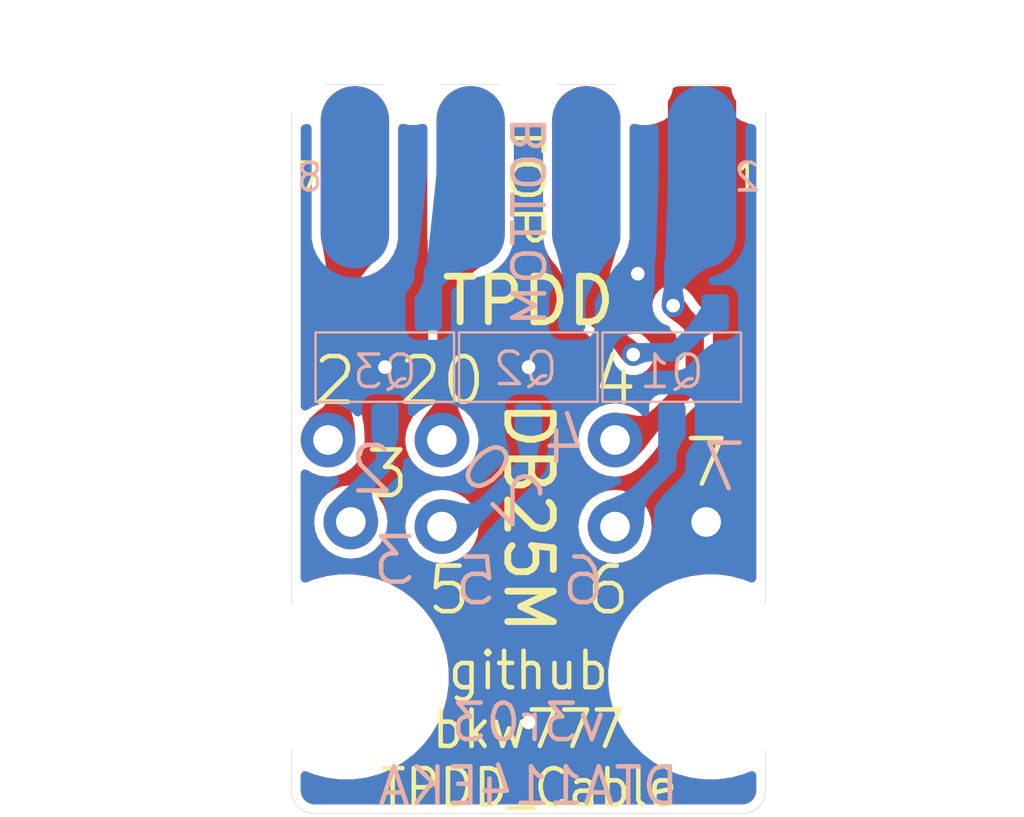
<source format=kicad_pcb>
(kicad_pcb (version 20240108) (generator "pcbnew") (generator_version "8.0")
  (title_block (title "TPDD Cable 3") (date "2024-08-17") (rev "3r03") (company "b.kenyon.w@gmail.com"))
  (layers (0 "F.Cu" signal "Top") (31 "B.Cu" signal "Bottom") (34 "B.Paste" user) (35 "F.Paste" user) (36 "B.SilkS" user "B.Silkscreen") (37 "F.SilkS" user "F.Silkscreen") (38 "B.Mask" user) (39 "F.Mask" user) (44 "Edge.Cuts" user))
  (net 0 "")
  (net 1 "/TPDD_Cable/RTS")
  (net 2 "/TPDD_Cable/CTS_TTL")
  (net 3 "/TPDD_Cable/TX")
  (net 4 "/TPDD_Cable/RX_TTL")
  (net 5 "/TPDD_Cable/DTR")
  (net 6 "/TPDD_Cable/EB+")
  (net 7 "/TPDD_Cable/DSR_TTL")
  (net 8 "/TPDD_Cable/RX")
  (net 9 "/TPDD_Cable/DSR")
  (net 10 "GND")
  (net 11 "/TPDD_Cable/CTS")
  (footprint "000_LOCAL:PTH_0.65x1.2" (layer "F.Cu") (at 140.593 87.4295)
    (property "Reference" "P2" (hide yes))
    (property "Value" "RX")
    (pad "1" thru_hole circle (at 0 0) (size 1.2 1.2) (drill 0.65) (layers "*.Cu" "*.Mask") (net 3 "/TPDD_Cable/TX"))
  )
  (footprint "000_LOCAL:PTH_0.65x1.2" (layer "F.Cu") (at 141.093 89.2295)
    (property "Reference" "P3" (hide yes))
    (property "Value" "TX")
    (pad "1" thru_hole circle (at 0 0) (size 1.2 1.2) (drill 0.65) (layers "*.Cu" "*.Mask") (net 8 "/TPDD_Cable/RX"))
  )
  (footprint "000_LOCAL:npth_m3" (layer "F.Cu") (at 148.993 92.6295)
    (property "Reference" "REF**" (hide yes))
    (property "Value" "npth_m3" (hide yes))
    (pad "" np_thru_hole circle (at 0 0) (size 4 4) (drill 4) (layers "F&B.Cu" "*.Mask"))
  )
  (footprint "000_LOCAL:PTH_0.65x1.2" (layer "F.Cu") (at 143.093 89.3295)
    (property "Reference" "P5" (hide yes))
    (property "Value" "RTS")
    (pad "1" thru_hole circle (at 0 0) (size 1.2 1.2) (drill 0.65) (layers "*.Cu" "*.Mask") (net 11 "/TPDD_Cable/CTS"))
  )
  (footprint "000_LOCAL:PTH_0.65x1.2" (layer "F.Cu") (at 148.893 89.2295)
    (property "Reference" "P7" (hide yes))
    (property "Value" "GND")
    (pad "1" thru_hole circle (at 0 0) (size 1.2 1.2) (drill 0.65) (layers "*.Cu" "*.Mask") (net 10 "GND"))
  )
  (footprint "000_LOCAL:PTH_0.65x1.2" (layer "F.Cu") (at 143.093 87.4295)
    (property "Reference" "P20" (hide yes))
    (property "Value" "DSR")
    (pad "1" thru_hole circle (at 0 0) (size 1.2 1.2) (drill 0.65) (layers "*.Cu" "*.Mask") (net 5 "/TPDD_Cable/DTR"))
  )
  (footprint "000_LOCAL:2x4x2.54mm_edge_mount" (layer "F.Cu") (at 144.993 79.6295)
    (property "Reference" "J2" (hide yes))
    (property "Value" "TPDD")
    (fp_text user "8" (at -4.8 2.032 0) (layer "B.SilkS") (effects (font (size 0.6096 0.6096) (thickness 0.0762)) (justify mirror)))
    (fp_text user "2" (at 4.8 2.032 0) (layer "B.SilkS") (effects (font (size 0.6096 0.6096) (thickness 0.0762)) (justify mirror)))
    (fp_text user "7" (at -4.8 2.032 0) (layer "F.SilkS") (effects (font (size 0.6096 0.6096) (thickness 0.0762))))
    (fp_text user "1" (at 4.8 2.032 0) (layer "F.SilkS") (effects (font (size 0.6096 0.6096) (thickness 0.0762))))
    (pad "" np_thru_hole circle (at -5.08 0) (size 1.27 1.27) (drill 1.27) (layers "F&B.Cu" "*.Mask"))
    (pad "" np_thru_hole circle (at -2.54 0) (size 1.27 1.27) (drill 1.27) (layers "F&B.Cu" "*.Mask"))
    (pad "" np_thru_hole circle (at 0 0) (size 1.27 1.27) (drill 1.27) (layers "F&B.Cu" "*.Mask"))
    (pad "" np_thru_hole circle (at 2.54 0) (size 1.27 1.27) (drill 1.27) (layers "F&B.Cu" "*.Mask"))
    (pad "" np_thru_hole circle (at 5.08 0) (size 1.27 1.27) (drill 1.27) (layers "F&B.Cu" "*.Mask"))
    (pad "1" smd roundrect (at 3.81 2.032) (size 1.5 4) (layers "F.Cu" "F.Mask") (roundrect_rratio 0.1666666667) (net 10 "GND"))
    (pad "2" smd oval (at 3.81 2.032) (size 1.5 4) (layers "B.Cu" "B.Mask") (net 1 "/TPDD_Cable/RTS"))
    (pad "3" smd oval (at 1.27 2.032) (size 1.5 4) (layers "F.Cu" "F.Mask") (net 7 "/TPDD_Cable/DSR_TTL"))
    (pad "4" smd oval (at 1.27 2.032) (size 1.5 4) (layers "B.Cu" "B.Mask") (net 2 "/TPDD_Cable/CTS_TTL"))
    (pad "5" smd oval (at -1.27 2.032) (size 1.5 4) (layers "F.Cu" "F.Mask") (net 5 "/TPDD_Cable/DTR"))
    (pad "6" smd oval (at -1.27 2.032) (size 1.5 4) (layers "B.Cu" "B.Mask") (net 4 "/TPDD_Cable/RX_TTL"))
    (pad "7" smd oval (at -3.81 2.032) (size 1.5 4) (layers "F.Cu" "F.Mask") (net 3 "/TPDD_Cable/TX"))
    (pad "8" smd oval (at -3.81 2.032) (size 1.5 4) (layers "B.Cu" "B.Mask") (net 6 "/TPDD_Cable/EB+"))
  )
  (footprint "000_LOCAL:npth_m3" (layer "F.Cu") (at 140.993 92.6295)
    (property "Reference" "REF**" (hide yes))
    (property "Value" "npth_m3" (hide yes))
    (pad "" np_thru_hole circle (at 0 0) (size 4 4) (drill 4) (layers "F&B.Cu" "*.Mask"))
  )
  (footprint "000_LOCAL:PTH_0.65x1.2" (layer "F.Cu") (at 146.893 87.4295)
    (property "Reference" "P6" (hide yes))
    (property "Value" "DTR")
    (pad "1" thru_hole circle (at 0 0) (size 1.2 1.2) (drill 0.65) (layers "*.Cu" "*.Mask") (net 1 "/TPDD_Cable/RTS"))
  )
  (footprint "000_LOCAL:PTH_0.65x1.2" (layer "F.Cu") (at 146.893 89.3295)
    (property "Reference" "P4" (hide yes))
    (property "Value" "CTS")
    (pad "1" thru_hole circle (at 0 0) (size 1.2 1.2) (drill 0.65) (layers "*.Cu" "*.Mask") (net 9 "/TPDD_Cable/DSR"))
  )
  (footprint "000_LOCAL:SC-59" (layer "B.Cu") (at 141.843 85.8295 -90)
    (property "Reference" "Q3" (at -0.3175 0.762 0) (layer "B.SilkS") (effects (font (size 0.7112 0.7112) (thickness 0.0762)) (justify right top mirror)))
    (property "Value" "DTA114EKA" (hide yes))
    (fp_line (start 0.762 1.524) (end -0.762 1.524) (stroke (width 0.0508)) (layer "B.SilkS"))
    (fp_line (start -0.762 -1.516) (end -0.762 1.524) (stroke (width 0.0508)) (layer "B.SilkS"))
    (fp_line (start 0.762 -1.516) (end 0.762 1.524) (stroke (width 0.0508)) (layer "B.SilkS"))
    (fp_line (start 0.762 -1.516) (end -0.762 -1.516) (stroke (width 0.0508)) (layer "B.SilkS"))
    (pad "1" smd roundrect (at -1.2 0.95 270) (size 0.8 0.6) (layers "B.Cu" "B.Paste" "B.Mask") (roundrect_rratio 0.15) (net 10 "GND"))
    (pad "2" smd roundrect (at -1.2 -0.95 270) (size 0.8 0.6) (layers "B.Cu" "B.Paste" "B.Mask") (roundrect_rratio 0.15) (net 4 "/TPDD_Cable/RX_TTL"))
    (pad "3" smd roundrect (at 1.2 0 270) (size 0.8 0.6) (layers "B.Cu" "B.Paste" "B.Mask") (roundrect_rratio 0.15) (net 8 "/TPDD_Cable/RX"))
  )
  (footprint "000_LOCAL:SC-59" (layer "B.Cu") (at 148.143 85.8295 -90)
    (property "Reference" "Q1" (at -0.3175 0.762 0) (layer "B.SilkS") (effects (font (size 0.7112 0.7112) (thickness 0.0762)) (justify right top mirror)))
    (property "Value" "DTA114EKA" (hide yes))
    (fp_line (start 0.762 1.524) (end -0.762 1.524) (stroke (width 0.0508)) (layer "B.SilkS"))
    (fp_line (start -0.762 -1.516) (end -0.762 1.524) (stroke (width 0.0508)) (layer "B.SilkS"))
    (fp_line (start 0.762 -1.516) (end 0.762 1.524) (stroke (width 0.0508)) (layer "B.SilkS"))
    (fp_line (start 0.762 -1.516) (end -0.762 -1.516) (stroke (width 0.0508)) (layer "B.SilkS"))
    (pad "1" smd roundrect (at -1.2 0.95 270) (size 0.8 0.6) (layers "B.Cu" "B.Paste" "B.Mask") (roundrect_rratio 0.15) (net 10 "GND"))
    (pad "2" smd roundrect (at -1.2 -0.95 270) (size 0.8 0.6) (layers "B.Cu" "B.Paste" "B.Mask") (roundrect_rratio 0.15) (net 7 "/TPDD_Cable/DSR_TTL"))
    (pad "3" smd roundrect (at 1.2 0 270) (size 0.8 0.6) (layers "B.Cu" "B.Paste" "B.Mask") (roundrect_rratio 0.15) (net 9 "/TPDD_Cable/DSR"))
  )
  (footprint "000_LOCAL:SC-59" (layer "B.Cu") (at 144.993 85.8295 -90)
    (property "Reference" "Q2" (at -0.381 0.8255 0) (layer "B.SilkS") (effects (font (size 0.7112 0.7112) (thickness 0.0762)) (justify right top mirror)))
    (property "Value" "DTA114EKA" (hide yes))
    (fp_line (start 0.762 1.524) (end -0.762 1.524) (stroke (width 0.0508)) (layer "B.SilkS"))
    (fp_line (start -0.762 -1.516) (end -0.762 1.524) (stroke (width 0.0508)) (layer "B.SilkS"))
    (fp_line (start 0.762 -1.516) (end 0.762 1.524) (stroke (width 0.0508)) (layer "B.SilkS"))
    (fp_line (start 0.762 -1.516) (end -0.762 -1.516) (stroke (width 0.0508)) (layer "B.SilkS"))
    (pad "1" smd roundrect (at -1.2 0.95 270) (size 0.8 0.6) (layers "B.Cu" "B.Paste" "B.Mask") (roundrect_rratio 0.15) (net 10 "GND"))
    (pad "2" smd roundrect (at -1.2 -0.95 270) (size 0.8 0.6) (layers "B.Cu" "B.Paste" "B.Mask") (roundrect_rratio 0.15) (net 2 "/TPDD_Cable/CTS_TTL"))
    (pad "3" smd roundrect (at 1.2 0 270) (size 0.8 0.6) (layers "B.Cu" "B.Paste" "B.Mask") (roundrect_rratio 0.15) (net 11 "/TPDD_Cable/CTS"))
  )
  (gr_line (start 140.293 95.6295) (end 149.693 95.6295) (stroke (width 0.0127)) (layer "Edge.Cuts"))
  (gr_line (start 150.193 95.1295) (end 150.193 79.6295) (stroke (width 0.0127)) (layer "Edge.Cuts"))
  (gr_line (start 139.793 95.1295) (end 139.793 79.6295) (stroke (width 0.0127)) (layer "Edge.Cuts"))
  (gr_arc (start 140.293 95.6295) (mid 139.939447 95.483053) (end 139.793 95.1295) (stroke (width 0.0127)) (layer "Edge.Cuts"))
  (gr_arc (start 150.193 95.1295) (mid 150.046553 95.483053) (end 149.693 95.6295) (stroke (width 0.0127)) (layer "Edge.Cuts"))
  (gr_line (start 139.793 79.6295) (end 150.193 79.6295) (stroke (width 0.0127)) (layer "Edge.Cuts"))
  (gr_text "${00000000-0000-0000-0000-00005d2d4345:VALUE}" (at 144.993 95.0295 0) (layer "B.SilkS") (effects (font (size 0.8 0.8) (thickness 0.1)) (justify mirror)))
  (gr_text "BOTTOM" (at 145.018 82.6295 90) (layer "B.SilkS") (effects (font (size 0.7 0.8) (thickness 0.1)) (justify mirror)))
  (gr_text "6" (at 146.193 90.5295 0) (layer "B.SilkS") (effects (font (size 1 1) (thickness 0.1)) (justify mirror)))
  (gr_text "20" (at 144.393 88.3795 -45) (layer "B.SilkS") (effects (font (size 1 1) (thickness 0.1)) (justify mirror)))
  (gr_text "v${REVISION}" (at 144.993 93.6295 0) (layer "B.SilkS") (effects (font (size 0.8 0.8) (thickness 0.1)) (justify mirror)))
  (gr_text "7" (at 149.293 88.0295 0) (layer "B.SilkS") (effects (font (size 1 1) (thickness 0.1)) (justify mirror)))
  (gr_text "5" (at 143.843 90.5295 0) (layer "B.SilkS") (effects (font (size 1 1) (thickness 0.1)) (justify mirror)))
  (gr_text "2" (at 141.543 88.0795 0) (layer "B.SilkS") (effects (font (size 1 1) (thickness 0.1)) (justify mirror)))
  (gr_text "4" (at 145.793 87.4295 0) (layer "B.SilkS") (effects (font (size 1 1) (thickness 0.1)) (justify mirror)))
  (gr_text "3" (at 142.043 90.0795 0) (layer "B.SilkS") (effects (font (size 1 1) (thickness 0.1)) (justify mirror)))
  (gr_text "TPDD" (at 144.993 84.3795 0) (layer "F.SilkS") (effects (font (size 1 1))))
  (gr_text "7" (at 148.893 87.9295 0) (layer "F.SilkS") (effects (font (size 1 1) (thickness 0.1))))
  (gr_text "6" (at 146.743 90.7295 0) (layer "F.SilkS") (effects (font (size 1 1) (thickness 0.1))))
  (gr_text "2" (at 140.743 86.1295 0) (layer "F.SilkS") (effects (font (size 1 1) (thickness 0.1))))
  (gr_text "5" (at 143.243 90.7295 0) (layer "F.SilkS") (effects (font (size 1 1) (thickness 0.1))))
  (gr_text "4" (at 146.893 86.1295 0) (layer "F.SilkS") (effects (font (size 1 1) (thickness 0.1))))
  (gr_text "DB25M" (at 144.993 89.1295 270) (layer "F.SilkS") (effects (font (size 1 1))))
  (gr_text "TOP" (at 144.943 81.8295 270) (layer "F.SilkS") (effects (font (size 0.7 1) (thickness 0.1))))
  (gr_text "github\nbkw777\nTPDD_Cable" (at 144.993 93.7795 0) (layer "F.SilkS") (effects (font (size 0.8 0.75) (thickness 0.1))))
  (gr_text "3" (at 141.893 88.1795 0) (layer "F.SilkS") (effects (font (size 1 1) (thickness 0.1))))
  (gr_text "20" (at 143.093 86.1295 0) (layer "F.SilkS") (effects (font (size 1 1) (thickness 0.1))))
  (segment (start 148.643 86.1295) (end 147.343 87.4295) (width 0.4) (layer "F.Cu") (net 1))
  (segment (start 148.643 84.9545) (end 148.643 86.1295) (width 0.4) (layer "F.Cu") (net 1))
  (segment (start 147.343 87.4295) (end 146.893 87.4295) (width 0.4) (layer "F.Cu") (net 1))
  (segment (start 148.168 84.4795) (end 148.643 84.9545) (width 0.4) (layer "F.Cu") (net 1))
  (via (at 148.168 84.4795) (size 0.5) (drill 0.3) (layers "F.Cu" "B.Cu") (net 1))
  (segment (start 148.803 82.9195) (end 148.803 81.6615) (width 0.4) (layer "B.Cu") (net 1))
  (segment (start 148.168 84.4795) (end 148.168 83.5545) (width 0.4) (layer "B.Cu") (net 1))
  (segment (start 148.168 83.5545) (end 148.803 82.9195) (width 0.4) (layer "B.Cu") (net 1))
  (segment (start 145.943 84.6295) (end 146.043 84.5295) (width 0.4) (layer "B.Cu") (net 2))
  (segment (start 146.043 81.8815) (end 146.263 81.6615) (width 0.4) (layer "B.Cu") (net 2))
  (segment (start 146.043 84.5295) (end 146.043 81.8815) (width 0.4) (layer "B.Cu") (net 2))
  (segment (start 141.183 81.6615) (end 140.843 82.0015) (width 0.4) (layer "F.Cu") (net 3))
  (segment (start 140.843 87.1795) (end 140.593 87.4295) (width 0.4) (layer "F.Cu") (net 3))
  (segment (start 140.843 82.0015) (end 140.843 87.1795) (width 0.4) (layer "F.Cu") (net 3))
  (segment (start 142.893 83.7295) (end 143.723 82.8995) (width 0.4) (layer "B.Cu") (net 4))
  (segment (start 142.793 84.6295) (end 142.893 84.5295) (width 0.4) (layer "B.Cu") (net 4))
  (segment (start 142.893 84.5295) (end 142.893 83.7295) (width 0.4) (layer "B.Cu") (net 4))
  (segment (start 143.723 82.8995) (end 143.723 81.6615) (width 0.4) (layer "B.Cu") (net 4))
  (segment (start 143.723 81.6615) (end 143.193 82.1915) (width 0.4) (layer "F.Cu") (net 5))
  (segment (start 143.193 87.3295) (end 143.093 87.4295) (width 0.4) (layer "F.Cu") (net 5))
  (segment (start 143.193 82.1915) (end 143.193 87.3295) (width 0.4) (layer "F.Cu") (net 5))
  (segment (start 146.443 84.7045) (end 146.443 81.8185) (width 0.4) (layer "F.Cu") (net 7))
  (segment (start 147.293 85.5545) (end 146.443 84.7045) (width 0.4) (layer "F.Cu") (net 7))
  (segment (start 146.443 81.8185) (end 146.263 81.6385) (width 0.4) (layer "F.Cu") (net 7))
  (via (at 147.293 85.5545) (size 0.5) (drill 0.3) (layers "F.Cu" "B.Cu") (net 7))
  (segment (start 148.218 85.5045) (end 149.093 84.6295) (width 0.4) (layer "B.Cu") (net 7))
  (segment (start 147.343 85.5045) (end 148.218 85.5045) (width 0.4) (layer "B.Cu") (net 7))
  (segment (start 147.293 85.5545) (end 147.343 85.5045) (width 0.4) (layer "B.Cu") (net 7))
  (segment (start 141.843 87.9295) (end 141.093 88.6795) (width 0.4) (layer "B.Cu") (net 8))
  (segment (start 141.093 88.6795) (end 141.093 89.2295) (width 0.4) (layer "B.Cu") (net 8))
  (segment (start 141.843 87.0295) (end 141.843 87.9295) (width 0.4) (layer "B.Cu") (net 8))
  (segment (start 148.043 87.1295) (end 148.043 87.9795) (width 0.4) (layer "B.Cu") (net 9))
  (segment (start 146.893 89.1295) (end 146.893 89.3295) (width 0.4) (layer "B.Cu") (net 9))
  (segment (start 148.143 87.0295) (end 148.043 87.1295) (width 0.4) (layer "B.Cu") (net 9))
  (segment (start 148.043 87.9795) (end 146.893 89.1295) (width 0.4) (layer "B.Cu") (net 9))
  (via (at 144.993 93.6295) (size 0.5) (drill 0.3) (layers "F.Cu" "B.Cu") (net 10))
  (via (at 144.993 85.8295) (size 0.5) (drill 0.3) (layers "F.Cu" "B.Cu") (net 10))
  (via (at 141.843 85.8295) (size 0.5) (drill 0.3) (layers "F.Cu" "B.Cu") (net 10))
  (via (at 147.393 83.7795) (size 0.5) (drill 0.3) (layers "F.Cu" "B.Cu") (net 10))
  (segment (start 144.993 87.9295) (end 143.593 89.3295) (width 0.4) (layer "B.Cu") (net 11))
  (segment (start 144.993 87.0295) (end 144.993 87.9295) (width 0.4) (layer "B.Cu") (net 11))
  (segment (start 143.593 89.3295) (end 143.093 89.3295) (width 0.4) (layer "B.Cu") (net 11))
  (zone (net 10) (net_name "GND") (layers "F&B.Cu") (connect_pads yes (clearance 0.2)) (min_thickness 0.19) (fill yes (thermal_gap 0.2) (thermal_bridge_width 0.4) (smoothing fillet) (radius 0.1))
    (polygon (pts (xy 150.193 95.6295) (xy 139.793 95.6295) (xy 139.793 79.6295) (xy 150.193 79.6295)))
  )
)
</source>
